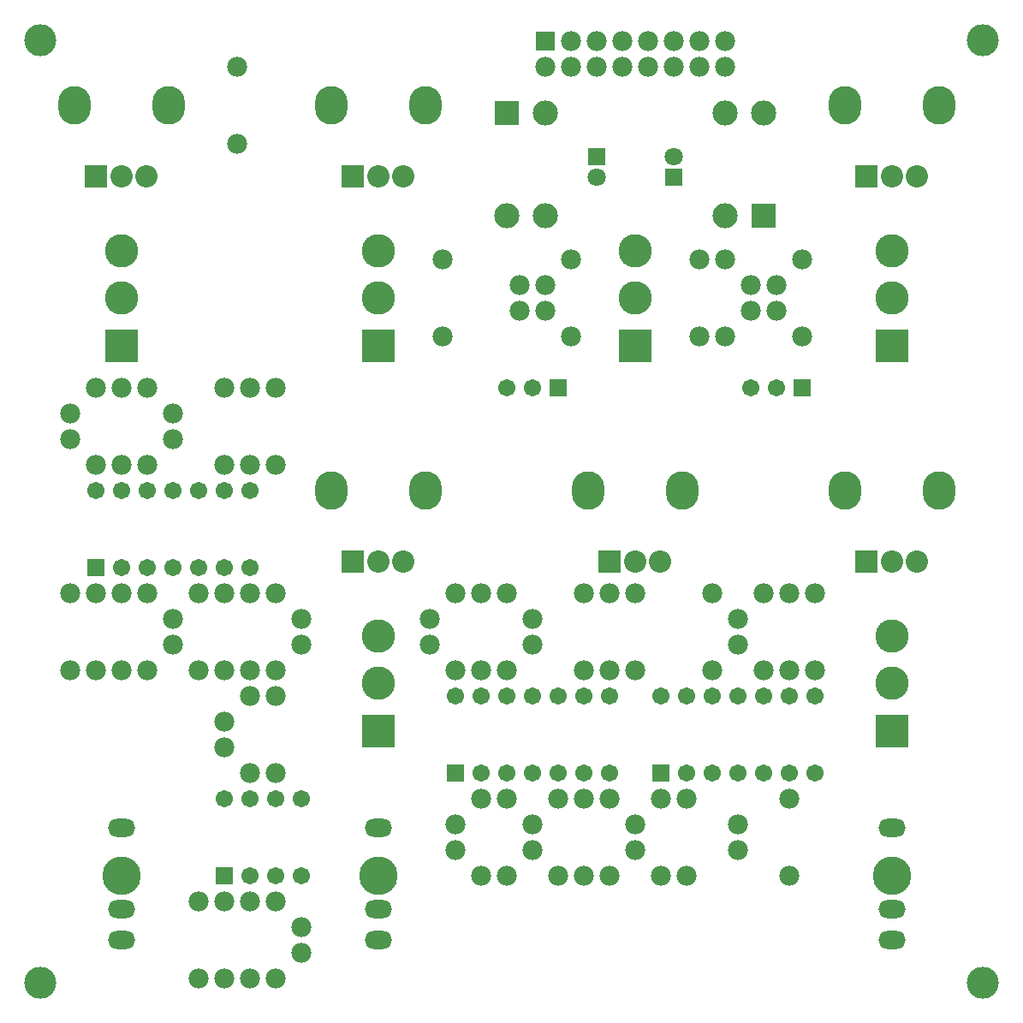
<source format=gbr>
G04 DipTrace 3.2.0.1*
G04 BottomMask.gbr*
%MOIN*%
G04 #@! TF.FileFunction,Soldermask,Bot*
G04 #@! TF.Part,Single*
%ADD36C,0.149606*%
%ADD37C,0.125*%
%ADD51C,0.130047*%
%ADD53R,0.130047X0.130047*%
%ADD55O,0.12611X0.149732*%
%ADD57R,0.08674X0.08674*%
%ADD59C,0.08674*%
%ADD61C,0.067055*%
%ADD63R,0.067055X0.067055*%
%ADD65O,0.106425X0.070992*%
%ADD67R,0.078X0.078*%
%ADD69C,0.098*%
%ADD71C,0.098*%
%ADD73R,0.098X0.098*%
%ADD75C,0.070992*%
%ADD77R,0.070992X0.070992*%
%ADD79C,0.078*%
%FSLAX26Y26*%
G04*
G70*
G90*
G75*
G01*
G04 BotMask*
%LPD*%
D79*
X1544000Y1844000D3*
Y1944000D3*
X2144000Y1044000D3*
Y1144000D3*
X644000Y2744000D3*
Y2644000D3*
X2844000Y1044000D3*
Y1144000D3*
X2044000Y1944000D3*
Y1844000D3*
X3394000Y3244000D3*
Y3144000D3*
X2494000Y3244000D3*
Y3144000D3*
X1044000Y2744000D3*
Y2644000D3*
X3294000Y3144000D3*
Y3244000D3*
X2394000Y3144000D3*
Y3244000D3*
X1044000Y1944000D3*
Y1844000D3*
X1544000Y644000D3*
Y744000D3*
X1244000Y1444000D3*
Y1544000D3*
X3244000Y1944000D3*
Y1844000D3*
X2444000Y1144000D3*
Y1044000D3*
Y1944000D3*
Y1844000D3*
X3244000Y1144000D3*
Y1044000D3*
D77*
X2994000Y3666000D3*
D75*
Y3744000D3*
D77*
X2694000D3*
D75*
Y3666000D3*
D73*
X3344000Y3516000D3*
D71*
Y3916000D3*
D73*
X2344000D3*
D71*
Y3516000D3*
D69*
X3194000D3*
Y3916000D3*
X2494000Y3516000D3*
Y3916000D3*
D79*
X2594000Y4194000D3*
X2694000D3*
X2794000D3*
X2894000D3*
X2994000D3*
X3094000D3*
X3194000D3*
Y4094000D3*
X3094000D3*
X2994000D3*
X2894000D3*
X2794000D3*
X2694000D3*
X2594000D3*
X2494000D3*
D67*
Y4194000D3*
D65*
X1844000Y1132976D3*
Y814079D3*
Y695969D3*
D36*
Y944000D3*
D65*
X3844000Y1132976D3*
Y814079D3*
Y695969D3*
D36*
Y944000D3*
D65*
X844000Y1132976D3*
Y814079D3*
Y695969D3*
D36*
Y944000D3*
D63*
X3494000Y2844000D3*
D61*
X3394000D3*
X3294000D3*
D63*
X2544000D3*
D61*
X2444000D3*
X2344000D3*
D79*
X844000Y2044000D3*
Y1744000D3*
X944000D3*
Y2044000D3*
X744000D3*
Y1744000D3*
X1344000Y2044000D3*
Y1744000D3*
X1444000Y2044000D3*
Y1744000D3*
X2244000Y1244000D3*
Y944000D3*
X644000Y2044000D3*
Y1744000D3*
X1244000D3*
Y2044000D3*
X1144000D3*
Y1744000D3*
X1444000Y1344000D3*
Y1644000D3*
X744000Y2844000D3*
Y2544000D3*
X1444000D3*
Y2844000D3*
X1344000D3*
Y2544000D3*
Y1344000D3*
Y1644000D3*
X844000Y2544000D3*
Y2844000D3*
X944000Y2544000D3*
Y2844000D3*
X2094000Y3044000D3*
Y3344000D3*
X2644000Y1744000D3*
Y2044000D3*
X2744000Y944000D3*
Y1244000D3*
X2344000Y944000D3*
Y1244000D3*
X1244000Y2544000D3*
Y2844000D3*
X2644000Y1244000D3*
Y944000D3*
X2544000Y1244000D3*
Y944000D3*
X3194000Y3344000D3*
Y3044000D3*
X3094000D3*
Y3344000D3*
X2144000Y2044000D3*
Y1744000D3*
X2744000D3*
Y2044000D3*
X2844000D3*
Y1744000D3*
X2244000D3*
Y2044000D3*
X2344000Y1744000D3*
Y2044000D3*
X1244000Y844000D3*
Y544000D3*
X1144000Y844000D3*
Y544000D3*
X3444000Y1244000D3*
Y944000D3*
X3494000Y3344000D3*
Y3044000D3*
X1444000Y844000D3*
Y544000D3*
X1344000Y844000D3*
Y544000D3*
X3544000Y2044000D3*
Y1744000D3*
X2594000Y3344000D3*
Y3044000D3*
X3044000Y944000D3*
Y1244000D3*
X1294000Y3794000D3*
Y4094000D3*
X2944000Y1244000D3*
Y944000D3*
X3444000Y1744000D3*
Y2044000D3*
X3344000D3*
Y1744000D3*
X3144000D3*
Y2044000D3*
D59*
X942425Y3668409D3*
X844000D3*
D57*
X745575D3*
D55*
X660929Y3944000D3*
X1027071D3*
D59*
X1942425Y2168409D3*
X1844000D3*
D57*
X1745575D3*
D55*
X1660929Y2444000D3*
X2027071D3*
D59*
X1942425Y3668409D3*
X1844000D3*
D57*
X1745575D3*
D55*
X1660929Y3944000D3*
X2027071D3*
D59*
X2942425Y2168409D3*
X2844000D3*
D57*
X2745575D3*
D55*
X2660929Y2444000D3*
X3027071D3*
D59*
X3942425Y2168409D3*
X3844000D3*
D57*
X3745575D3*
D55*
X3660929Y2444000D3*
X4027071D3*
D59*
X3942425Y3668409D3*
X3844000D3*
D57*
X3745575D3*
D55*
X3660929Y3944000D3*
X4027071D3*
D53*
X844000Y3008961D3*
D51*
Y3194000D3*
Y3379039D3*
D53*
X1844000Y3008961D3*
D51*
Y3194000D3*
Y3379039D3*
D53*
X2844000Y3008961D3*
D51*
Y3194000D3*
Y3379039D3*
D53*
X3844000Y3008961D3*
D51*
Y3194000D3*
Y3379039D3*
D53*
X1844000Y1508961D3*
D51*
Y1694000D3*
Y1879039D3*
D53*
X3844000Y1508961D3*
D51*
Y1694000D3*
Y1879039D3*
D63*
X744000Y2144000D3*
D61*
X844000D3*
X944000D3*
X1044000D3*
X1144000D3*
X1244000D3*
X1344000D3*
Y2444000D3*
X1244000D3*
X1144000D3*
X1044000D3*
X944000D3*
X844000D3*
X744000D3*
D63*
X2144000Y1344000D3*
D61*
X2244000D3*
X2344000D3*
X2444000D3*
X2544000D3*
X2644000D3*
X2744000D3*
Y1644000D3*
X2644000D3*
X2544000D3*
X2444000D3*
X2344000D3*
X2244000D3*
X2144000D3*
D63*
X2944000Y1344000D3*
D61*
X3044000D3*
X3144000D3*
X3244000D3*
X3344000D3*
X3444000D3*
X3544000D3*
Y1644000D3*
X3444000D3*
X3344000D3*
X3244000D3*
X3144000D3*
X3044000D3*
X2944000D3*
D63*
X1244000Y944000D3*
D61*
X1344000D3*
X1444000D3*
X1544000D3*
Y1244000D3*
X1444000D3*
X1344000D3*
X1244000D3*
D37*
X529000Y4199000D3*
X4199000D3*
Y529000D3*
X529000D3*
M02*

</source>
